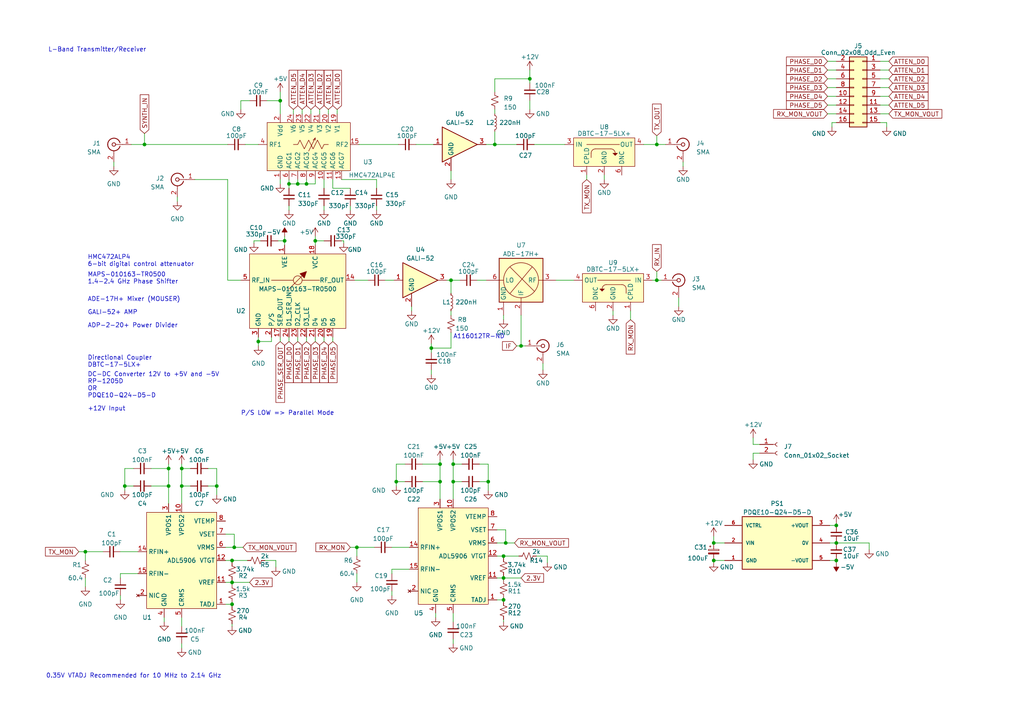
<source format=kicad_sch>
(kicad_sch (version 20230121) (generator eeschema)
  (paper "A4")
  (title_block (title "L-Band Brige") (date "2023-05-21") (rev "1.0") (company "OpenEPR") (comment 1 "Timothy Keller"))
  (junction (at 86.36 53.34))
  (junction (at 52.705 140.97))
  (junction (at 127.635 134.62))
  (junction (at 153.67 22.86))
  (junction (at 141.605 139.7))
  (junction (at 242.57 162.56))
  (junction (at 127.635 139.7))
  (junction (at 74.93 99.06))
  (junction (at 52.705 135.89))
  (junction (at 103.505 158.75))
  (junction (at 242.57 157.48))
  (junction (at 146.05 167.64))
  (junction (at 190.5 41.91))
  (junction (at 114.935 139.7))
  (junction (at 143.51 41.91))
  (junction (at 146.05 173.99))
  (junction (at 131.445 134.62))
  (junction (at 36.195 140.97))
  (junction (at 88.9 53.34))
  (junction (at 24.765 160.02))
  (junction (at 48.895 135.89))
  (junction (at 146.05 161.29))
  (junction (at 83.82 53.34))
  (junction (at 146.685 157.48))
  (junction (at 190.5 81.28))
  (junction (at 130.81 81.28))
  (junction (at 67.31 175.26))
  (junction (at 125.095 100.965))
  (junction (at 82.55 69.85))
  (junction (at 81.28 29.21))
  (junction (at 91.44 69.85))
  (junction (at 207.01 157.48))
  (junction (at 242.57 152.4))
  (junction (at 62.865 140.97))
  (junction (at 67.31 168.91))
  (junction (at 67.945 158.75))
  (junction (at 41.91 41.91))
  (junction (at 67.31 162.56))
  (junction (at 151.13 100.33))
  (junction (at 131.445 139.7))
  (junction (at 48.895 140.97))
  (junction (at 207.01 162.56))
  (wire (pts (xy 240.03 33.02) (xy 242.57 33.02)))
  (wire (pts (xy 146.05 91.44) (xy 146.05 92.71)))
  (wire (pts (xy 91.44 97.79) (xy 91.44 99.06)))
  (wire (pts (xy 62.865 135.89) (xy 62.865 140.97)))
  (wire (pts (xy 81.28 26.67) (xy 81.28 29.21)))
  (wire (pts (xy 122.555 134.62) (xy 127.635 134.62)))
  (wire (pts (xy 146.05 173.355) (xy 146.05 173.99)))
  (wire (pts (xy 144.145 153.67) (xy 146.685 153.67)))
  (wire (pts (xy 240.03 30.48) (xy 242.57 30.48)))
  (wire (pts (xy 52.705 140.97) (xy 55.245 140.97)))
  (wire (pts (xy 67.945 158.75) (xy 70.485 158.75)))
  (wire (pts (xy 67.31 180.975) (xy 67.31 181.61)))
  (wire (pts (xy 240.03 25.4) (xy 242.57 25.4)))
  (wire (pts (xy 207.01 155.575) (xy 207.01 157.48)))
  (wire (pts (xy 182.88 90.17) (xy 182.88 92.71)))
  (wire (pts (xy 220.345 131.445) (xy 218.44 131.445)))
  (wire (pts (xy 146.05 173.99) (xy 146.05 174.625)))
  (wire (pts (xy 175.26 50.8) (xy 175.26 52.07)))
  (wire (pts (xy 52.705 135.89) (xy 55.245 135.89)))
  (wire (pts (xy 146.05 167.64) (xy 144.145 167.64)))
  (wire (pts (xy 131.445 133.35) (xy 131.445 134.62)))
  (wire (pts (xy 255.27 35.56) (xy 257.175 35.56)))
  (wire (pts (xy 67.31 174.625) (xy 67.31 175.26)))
  (wire (pts (xy 240.03 27.94) (xy 242.57 27.94)))
  (wire (pts (xy 240.665 157.48) (xy 242.57 157.48)))
  (wire (pts (xy 60.325 135.89) (xy 62.865 135.89)))
  (wire (pts (xy 220.345 128.905) (xy 218.44 128.905)))
  (wire (pts (xy 126.365 177.8) (xy 126.365 179.07)))
  (wire (pts (xy 75.565 69.85) (xy 73.66 69.85)))
  (wire (pts (xy 125.095 100.965) (xy 130.81 100.965)))
  (wire (pts (xy 93.98 97.79) (xy 93.98 99.06)))
  (wire (pts (xy 60.325 140.97) (xy 62.865 140.97)))
  (wire (pts (xy 99.695 69.85) (xy 99.06 69.85)))
  (wire (pts (xy 154.94 41.91) (xy 163.83 41.91)))
  (wire (pts (xy 51.435 57.15) (xy 51.435 58.42)))
  (wire (pts (xy 103.505 166.37) (xy 103.505 168.91)))
  (wire (pts (xy 114.935 139.7) (xy 114.935 140.97)))
  (wire (pts (xy 161.29 81.28) (xy 166.37 81.28)))
  (wire (pts (xy 67.31 162.56) (xy 67.31 163.195)))
  (wire (pts (xy 38.1 41.91) (xy 41.91 41.91)))
  (wire (pts (xy 41.91 41.91) (xy 66.04 41.91)))
  (wire (pts (xy 41.91 38.735) (xy 41.91 41.91)))
  (wire (pts (xy 108.585 158.75) (xy 103.505 158.75)))
  (wire (pts (xy 240.03 17.78) (xy 242.57 17.78)))
  (wire (pts (xy 143.51 31.75) (xy 143.51 33.02)))
  (wire (pts (xy 146.685 153.67) (xy 146.685 157.48)))
  (wire (pts (xy 240.665 162.56) (xy 242.57 162.56)))
  (wire (pts (xy 67.945 154.94) (xy 67.945 158.75)))
  (wire (pts (xy 80.01 162.56) (xy 76.835 162.56)))
  (wire (pts (xy 240.03 20.32) (xy 242.57 20.32)))
  (wire (pts (xy 141.605 139.7) (xy 141.605 142.24)))
  (wire (pts (xy 71.12 41.91) (xy 74.93 41.91)))
  (wire (pts (xy 93.98 52.07) (xy 93.98 54.61)))
  (wire (pts (xy 218.44 131.445) (xy 218.44 133.35)))
  (wire (pts (xy 93.98 59.69) (xy 93.98 60.96)))
  (wire (pts (xy 117.475 134.62) (xy 114.935 134.62)))
  (wire (pts (xy 207.01 162.56) (xy 210.185 162.56)))
  (wire (pts (xy 74.93 97.79) (xy 74.93 99.06)))
  (wire (pts (xy 24.765 160.02) (xy 24.765 162.56)))
  (wire (pts (xy 109.22 59.69) (xy 109.22 60.96)))
  (wire (pts (xy 43.815 135.89) (xy 48.895 135.89)))
  (wire (pts (xy 240.03 22.86) (xy 242.57 22.86)))
  (wire (pts (xy 56.515 52.07) (xy 66.04 52.07)))
  (wire (pts (xy 34.925 167.64) (xy 34.925 166.37)))
  (wire (pts (xy 125.095 107.315) (xy 125.095 108.585)))
  (wire (pts (xy 131.445 139.7) (xy 133.985 139.7)))
  (wire (pts (xy 131.445 177.8) (xy 131.445 180.34)))
  (wire (pts (xy 130.81 49.53) (xy 130.81 52.07)))
  (wire (pts (xy 65.405 162.56) (xy 67.31 162.56)))
  (wire (pts (xy 255.27 17.78) (xy 257.81 17.78)))
  (wire (pts (xy 158.75 163.195) (xy 158.75 161.29)))
  (wire (pts (xy 153.67 20.32) (xy 153.67 22.86)))
  (wire (pts (xy 24.765 167.64) (xy 24.765 170.18)))
  (wire (pts (xy 131.445 134.62) (xy 133.985 134.62)))
  (wire (pts (xy 138.43 81.28) (xy 140.97 81.28)))
  (wire (pts (xy 96.52 52.07) (xy 96.52 54.61)))
  (wire (pts (xy 242.57 35.56) (xy 241.3 35.56)))
  (wire (pts (xy 91.44 53.34) (xy 88.9 53.34)))
  (wire (pts (xy 67.31 168.91) (xy 72.39 168.91)))
  (wire (pts (xy 146.05 161.29) (xy 146.05 161.925)))
  (wire (pts (xy 109.22 52.07) (xy 109.22 54.61)))
  (wire (pts (xy 77.47 29.21) (xy 81.28 29.21)))
  (wire (pts (xy 196.85 86.36) (xy 196.85 88.9)))
  (wire (pts (xy 38.735 135.89) (xy 36.195 135.89)))
  (wire (pts (xy 103.505 158.75) (xy 103.505 161.29)))
  (wire (pts (xy 114.935 134.62) (xy 114.935 139.7)))
  (wire (pts (xy 52.705 134.62) (xy 52.705 135.89)))
  (wire (pts (xy 91.44 69.85) (xy 93.98 69.85)))
  (wire (pts (xy 255.27 30.48) (xy 257.81 30.48)))
  (wire (pts (xy 151.13 91.44) (xy 151.13 100.33)))
  (wire (pts (xy 36.195 140.97) (xy 36.195 142.24)))
  (wire (pts (xy 143.51 41.91) (xy 149.86 41.91)))
  (wire (pts (xy 86.36 52.07) (xy 86.36 53.34)))
  (wire (pts (xy 87.63 31.75) (xy 87.63 33.02)))
  (wire (pts (xy 190.5 39.37) (xy 190.5 41.91)))
  (wire (pts (xy 139.065 134.62) (xy 141.605 134.62)))
  (wire (pts (xy 36.195 135.89) (xy 36.195 140.97)))
  (wire (pts (xy 141.605 134.62) (xy 141.605 139.7)))
  (wire (pts (xy 177.8 90.17) (xy 177.8 91.44)))
  (wire (pts (xy 255.27 20.32) (xy 257.81 20.32)))
  (wire (pts (xy 34.925 160.02) (xy 40.005 160.02)))
  (wire (pts (xy 113.665 165.1) (xy 118.745 165.1)))
  (wire (pts (xy 34.925 172.72) (xy 34.925 173.99)))
  (wire (pts (xy 104.14 41.91) (xy 115.57 41.91)))
  (wire (pts (xy 198.12 46.99) (xy 198.12 48.26)))
  (wire (pts (xy 52.705 186.69) (xy 52.705 187.96)))
  (wire (pts (xy 74.93 99.06) (xy 78.74 99.06)))
  (wire (pts (xy 99.695 70.485) (xy 99.695 69.85)))
  (wire (pts (xy 146.685 157.48) (xy 149.225 157.48)))
  (wire (pts (xy 96.52 54.61) (xy 101.6 54.61)))
  (wire (pts (xy 86.36 97.79) (xy 86.36 99.06)))
  (wire (pts (xy 43.815 140.97) (xy 48.895 140.97)))
  (wire (pts (xy 90.17 31.75) (xy 90.17 33.02)))
  (wire (pts (xy 117.475 139.7) (xy 114.935 139.7)))
  (wire (pts (xy 33.02 46.99) (xy 33.02 48.26)))
  (wire (pts (xy 102.87 81.28) (xy 106.68 81.28)))
  (wire (pts (xy 146.05 179.705) (xy 146.05 180.34)))
  (wire (pts (xy 119.38 88.9) (xy 119.38 90.17)))
  (wire (pts (xy 65.405 175.26) (xy 67.31 175.26)))
  (wire (pts (xy 83.82 97.79) (xy 83.82 99.06)))
  (wire (pts (xy 143.51 41.91) (xy 143.51 38.1)))
  (wire (pts (xy 101.6 59.69) (xy 101.6 60.96)))
  (wire (pts (xy 144.145 161.29) (xy 146.05 161.29)))
  (wire (pts (xy 241.3 35.56) (xy 241.3 36.83)))
  (wire (pts (xy 113.665 158.75) (xy 118.745 158.75)))
  (wire (pts (xy 129.54 81.28) (xy 130.81 81.28)))
  (wire (pts (xy 83.82 59.69) (xy 83.82 60.96)))
  (wire (pts (xy 130.81 81.28) (xy 133.35 81.28)))
  (wire (pts (xy 190.5 41.91) (xy 193.04 41.91)))
  (wire (pts (xy 38.735 140.97) (xy 36.195 140.97)))
  (wire (pts (xy 101.6 158.75) (xy 103.505 158.75)))
  (wire (pts (xy 255.27 25.4) (xy 257.81 25.4)))
  (wire (pts (xy 74.93 99.06) (xy 74.93 100.33)))
  (wire (pts (xy 186.69 41.91) (xy 190.5 41.91)))
  (wire (pts (xy 242.57 162.56) (xy 242.57 163.195)))
  (wire (pts (xy 34.925 166.37) (xy 40.005 166.37)))
  (wire (pts (xy 48.895 135.89) (xy 48.895 140.97)))
  (wire (pts (xy 252.095 159.385) (xy 252.095 157.48)))
  (wire (pts (xy 88.9 97.79) (xy 88.9 99.06)))
  (wire (pts (xy 67.31 168.275) (xy 67.31 168.91)))
  (wire (pts (xy 122.555 139.7) (xy 127.635 139.7)))
  (wire (pts (xy 82.55 69.85) (xy 82.55 71.12)))
  (wire (pts (xy 67.945 158.75) (xy 65.405 158.75)))
  (wire (pts (xy 242.57 151.765) (xy 242.57 152.4)))
  (wire (pts (xy 81.28 52.07) (xy 81.28 53.34)))
  (wire (pts (xy 91.44 69.85) (xy 91.44 71.12)))
  (wire (pts (xy 189.23 81.28) (xy 190.5 81.28)))
  (wire (pts (xy 190.5 81.28) (xy 191.77 81.28)))
  (wire (pts (xy 52.705 179.07) (xy 52.705 181.61)))
  (wire (pts (xy 207.01 157.48) (xy 210.185 157.48)))
  (wire (pts (xy 22.86 160.02) (xy 24.765 160.02)))
  (wire (pts (xy 78.74 97.79) (xy 78.74 99.06)))
  (wire (pts (xy 47.625 179.07) (xy 47.625 180.34)))
  (wire (pts (xy 67.31 168.91) (xy 65.405 168.91)))
  (wire (pts (xy 127.635 139.7) (xy 127.635 144.78)))
  (wire (pts (xy 86.36 53.34) (xy 88.9 53.34)))
  (wire (pts (xy 111.76 81.28) (xy 114.3 81.28)))
  (wire (pts (xy 99.06 52.07) (xy 109.22 52.07)))
  (wire (pts (xy 146.05 167.64) (xy 151.13 167.64)))
  (wire (pts (xy 158.75 161.29) (xy 155.575 161.29)))
  (wire (pts (xy 255.27 22.86) (xy 257.81 22.86)))
  (wire (pts (xy 88.9 52.07) (xy 88.9 53.34)))
  (wire (pts (xy 81.28 29.21) (xy 81.28 33.02)))
  (wire (pts (xy 52.705 135.89) (xy 52.705 140.97)))
  (wire (pts (xy 151.13 100.33) (xy 152.4 100.33)))
  (wire (pts (xy 130.81 81.28) (xy 130.81 85.09)))
  (wire (pts (xy 252.095 157.48) (xy 242.57 157.48)))
  (wire (pts (xy 83.82 52.07) (xy 83.82 53.34)))
  (wire (pts (xy 130.81 90.17) (xy 130.81 91.44)))
  (wire (pts (xy 72.39 29.21) (xy 69.85 29.21)))
  (wire (pts (xy 91.44 68.58) (xy 91.44 69.85)))
  (wire (pts (xy 85.09 31.75) (xy 85.09 33.02)))
  (wire (pts (xy 52.705 140.97) (xy 52.705 146.05)))
  (wire (pts (xy 113.665 166.37) (xy 113.665 165.1)))
  (wire (pts (xy 125.095 99.695) (xy 125.095 100.965)))
  (wire (pts (xy 29.845 160.02) (xy 24.765 160.02)))
  (wire (pts (xy 153.67 22.86) (xy 153.67 24.13)))
  (wire (pts (xy 83.82 53.34) (xy 83.82 54.61)))
  (wire (pts (xy 67.31 175.26) (xy 67.31 175.895)))
  (wire (pts (xy 143.51 26.67) (xy 143.51 22.86)))
  (wire (pts (xy 73.66 69.85) (xy 73.66 70.485)))
  (wire (pts (xy 255.27 33.02) (xy 257.81 33.02)))
  (wire (pts (xy 62.865 140.97) (xy 62.865 143.51)))
  (wire (pts (xy 113.665 171.45) (xy 113.665 172.72)))
  (wire (pts (xy 69.85 29.21) (xy 69.85 31.75)))
  (wire (pts (xy 146.685 157.48) (xy 144.145 157.48)))
  (wire (pts (xy 131.445 185.42) (xy 131.445 186.69)))
  (wire (pts (xy 80.645 69.85) (xy 82.55 69.85)))
  (wire (pts (xy 131.445 134.62) (xy 131.445 139.7)))
  (wire (pts (xy 140.97 41.91) (xy 143.51 41.91)))
  (wire (pts (xy 86.36 53.34) (xy 83.82 53.34)))
  (wire (pts (xy 157.48 105.41) (xy 157.48 107.315)))
  (wire (pts (xy 139.065 139.7) (xy 141.605 139.7)))
  (wire (pts (xy 81.28 97.79) (xy 81.28 99.06)))
  (wire (pts (xy 80.01 164.465) (xy 80.01 162.56)))
  (wire (pts (xy 127.635 134.62) (xy 127.635 139.7)))
  (wire (pts (xy 257.175 35.56) (xy 257.175 36.83)))
  (wire (pts (xy 92.71 31.75) (xy 92.71 33.02)))
  (wire (pts (xy 96.52 97.79) (xy 96.52 99.06)))
  (wire (pts (xy 67.31 169.545) (xy 67.31 168.91)))
  (wire (pts (xy 130.81 96.52) (xy 130.81 100.965)))
  (wire (pts (xy 170.18 50.8) (xy 170.18 52.07)))
  (wire (pts (xy 146.05 161.29) (xy 150.495 161.29)))
  (wire (pts (xy 127.635 133.35) (xy 127.635 134.62)))
  (wire (pts (xy 146.05 167.005) (xy 146.05 167.64)))
  (wire (pts (xy 120.65 41.91) (xy 125.73 41.91)))
  (wire (pts (xy 255.27 27.94) (xy 257.81 27.94)))
  (wire (pts (xy 131.445 139.7) (xy 131.445 144.78)))
  (wire (pts (xy 66.04 81.28) (xy 69.85 81.28)))
  (wire (pts (xy 91.44 52.07) (xy 91.44 53.34)))
  (wire (pts (xy 82.55 68.58) (xy 82.55 69.85)))
  (wire (pts (xy 207.01 162.56) (xy 207.01 163.195)))
  (wire (pts (xy 149.86 100.33) (xy 151.13 100.33)))
  (wire (pts (xy 218.44 128.905) (xy 218.44 127)))
  (wire (pts (xy 125.095 100.965) (xy 125.095 102.235)))
  (wire (pts (xy 48.895 140.97) (xy 48.895 146.05)))
  (wire (pts (xy 48.895 134.62) (xy 48.895 135.89)))
  (wire (pts (xy 65.405 154.94) (xy 67.945 154.94)))
  (wire (pts (xy 67.31 162.56) (xy 71.755 162.56)))
  (wire (pts (xy 146.05 168.275) (xy 146.05 167.64)))
  (wire (pts (xy 240.665 152.4) (xy 242.57 152.4)))
  (wire (pts (xy 144.145 173.99) (xy 146.05 173.99)))
  (wire (pts (xy 97.79 31.75) (xy 97.79 33.02)))
  (wire (pts (xy 66.04 52.07) (xy 66.04 81.28)))
  (wire (pts (xy 143.51 22.86) (xy 153.67 22.86)))
  (wire (pts (xy 153.67 29.21) (xy 153.67 31.75)))
  (wire (pts (xy 190.5 78.74) (xy 190.5 81.28)))
  (wire (pts (xy 95.25 31.75) (xy 95.25 33.02)))
  (text "GALI-52+ AMP" (at 25.4 91.44 0) (effects (font (size 1.27 1.27)) (justify left bottom)))
  (text "HMC472ALP4\n6-bit digital control attenuator" (at 25.4 77.47 0) (effects (font (size 1.27 1.27)) (justify left bottom)))
  (text "Directional Coupler\nDBTC-17-5LX+" (at 25.4 106.68 0) (effects (font (size 1.27 1.27)) (justify left bottom)))
  (text "MAPS-010163-TR0500\n1.4-2.4 GHz Phase Shifter" (at 25.4 82.55 0) (effects (font (size 1.27 1.27)) (justify left bottom)))
  (text "L-Band Transmitter/Receiver" (at 13.97 15.24 0) (effects (font (size 1.27 1.27)) (justify left bottom)))
  (text "ADP-2-20+ Power Divider" (at 25.4 95.25 0) (effects (font (size 1.27 1.27)) (justify left bottom)))
  (text "A116012TR-ND" (at 131.445 98.425 0) (effects (font (size 1.27 1.27)) (justify left bottom)))
  (text "DC-DC Converter 12V to +5V and -5V\nRP-1205D\nOR\nPDQE10-Q24-D5-D" (at 25.4 115.57 0) (effects (font (size 1.27 1.27)) (justify left bottom)))
  (text "ADE-17H+ Mixer (MOUSER)" (at 25.4 87.63 0) (effects (font (size 1.27 1.27)) (justify left bottom)))
  (text "0.35V VTADJ Recommended for 10 MHz to 2.14 GHz" (at 13.335 196.85 0) (effects (font (size 1.27 1.27)) (justify left bottom)))
  (text "+12V Input" (at 25.4 119.38 0) (effects (font (size 1.27 1.27)) (justify left bottom)))
  (text "P/S LOW => Parallel Mode" (at 69.85 120.65 0) (effects (font (size 1.27 1.27)) (justify left bottom)))
  (global_label "RX_MON_VOUT" (shape input) (at 240.03 33.02 180) (property "Intersheetrefs" "${INTERSHEET_REFS}" (effects hide)))
  (global_label "2.3V" (shape input) (at 72.39 168.91 0) (property "Intersheetrefs" "${INTERSHEET_REFS}" (effects hide)))
  (global_label "RX_MON" (shape input) (at 101.6 158.75 180) (property "Intersheetrefs" "${INTERSHEET_REFS}" (effects hide)))
  (global_label "ATTEN_D0" (shape input) (at 97.79 31.75 90) (property "Intersheetrefs" "${INTERSHEET_REFS}" (effects hide)))
  (global_label "2.3V" (shape input) (at 151.13 167.64 0) (property "Intersheetrefs" "${INTERSHEET_REFS}" (effects hide)))
  (global_label "PHASE_D3" (shape input) (at 91.44 99.06 270) (property "Intersheetrefs" "${INTERSHEET_REFS}" (effects hide)))
  (global_label "PHASE_D5" (shape input) (at 96.52 99.06 270) (property "Intersheetrefs" "${INTERSHEET_REFS}" (effects hide)))
  (global_label "ATTEN_D5" (shape input) (at 85.09 31.75 90) (property "Intersheetrefs" "${INTERSHEET_REFS}" (effects hide)))
  (global_label "RX_MON_VOUT" (shape input) (at 149.225 157.48 0) (property "Intersheetrefs" "${INTERSHEET_REFS}" (effects hide)))
  (global_label "PHASE_D4" (shape input) (at 93.98 99.06 270) (property "Intersheetrefs" "${INTERSHEET_REFS}" (effects hide)))
  (global_label "ATTEN_D1" (shape input) (at 257.81 20.32 0) (property "Intersheetrefs" "${INTERSHEET_REFS}" (effects hide)))
  (global_label "ATTEN_D5" (shape input) (at 257.81 30.48 0) (property "Intersheetrefs" "${INTERSHEET_REFS}" (effects hide)))
  (global_label "TX_MON" (shape input) (at 22.86 160.02 180) (property "Intersheetrefs" "${INTERSHEET_REFS}" (effects hide)))
  (global_label "RX_MON" (shape input) (at 182.88 92.71 270) (property "Intersheetrefs" "${INTERSHEET_REFS}" (effects hide)))
  (global_label "ATTEN_D2" (shape input) (at 92.71 31.75 90) (property "Intersheetrefs" "${INTERSHEET_REFS}" (effects hide)))
  (global_label "ATTEN_D4" (shape input) (at 257.81 27.94 0) (property "Intersheetrefs" "${INTERSHEET_REFS}" (effects hide)))
  (global_label "ATTEN_D4" (shape input) (at 87.63 31.75 90) (property "Intersheetrefs" "${INTERSHEET_REFS}" (effects hide)))
  (global_label "TX_MON_VOUT" (shape input) (at 70.485 158.75 0) (property "Intersheetrefs" "${INTERSHEET_REFS}" (effects hide)))
  (global_label "TX_OUT" (shape input) (at 190.5 39.37 90) (property "Intersheetrefs" "${INTERSHEET_REFS}" (effects hide)))
  (global_label "ATTEN_D2" (shape input) (at 257.81 22.86 0) (property "Intersheetrefs" "${INTERSHEET_REFS}" (effects hide)))
  (global_label "ATTEN_D1" (shape input) (at 95.25 31.75 90) (property "Intersheetrefs" "${INTERSHEET_REFS}" (effects hide)))
  (global_label "PHASE_D2" (shape input) (at 88.9 99.06 270) (property "Intersheetrefs" "${INTERSHEET_REFS}" (effects hide)))
  (global_label "TX_MON" (shape input) (at 170.18 52.07 270) (property "Intersheetrefs" "${INTERSHEET_REFS}" (effects hide)))
  (global_label "ATTEN_D3" (shape input) (at 257.81 25.4 0) (property "Intersheetrefs" "${INTERSHEET_REFS}" (effects hide)))
  (global_label "PHASE_D5" (shape input) (at 240.03 30.48 180) (property "Intersheetrefs" "${INTERSHEET_REFS}" (effects hide)))
  (global_label "PHASE_D0" (shape input) (at 240.03 17.78 180) (property "Intersheetrefs" "${INTERSHEET_REFS}" (effects hide)))
  (global_label "PHASE_SER_OUT" (shape input) (at 81.28 99.06 270) (property "Intersheetrefs" "${INTERSHEET_REFS}" (effects hide)))
  (global_label "ATTEN_D3" (shape input) (at 90.17 31.75 90) (property "Intersheetrefs" "${INTERSHEET_REFS}" (effects hide)))
  (global_label "TX_MON_VOUT" (shape input) (at 257.81 33.02 0) (property "Intersheetrefs" "${INTERSHEET_REFS}" (effects hide)))
  (global_label "PHASE_D4" (shape input) (at 240.03 27.94 180) (property "Intersheetrefs" "${INTERSHEET_REFS}" (effects hide)))
  (global_label "IF" (shape input) (at 149.86 100.33 180) (property "Intersheetrefs" "${INTERSHEET_REFS}" (effects hide)))
  (global_label "PHASE_D3" (shape input) (at 240.03 25.4 180) (property "Intersheetrefs" "${INTERSHEET_REFS}" (effects hide)))
  (global_label "ATTEN_D0" (shape input) (at 257.81 17.78 0) (property "Intersheetrefs" "${INTERSHEET_REFS}" (effects hide)))
  (global_label "SYNTH_IN" (shape input) (at 41.91 38.735 90) (property "Intersheetrefs" "${INTERSHEET_REFS}" (effects hide)))
  (global_label "RX_IN" (shape input) (at 190.5 78.74 90) (property "Intersheetrefs" "${INTERSHEET_REFS}" (effects hide)))
  (global_label "PHASE_D1" (shape input) (at 86.36 99.06 270) (property "Intersheetrefs" "${INTERSHEET_REFS}" (effects hide)))
  (global_label "PHASE_D0" (shape input) (at 83.82 99.06 270) (property "Intersheetrefs" "${INTERSHEET_REFS}" (effects hide)))
  (global_label "PHASE_D1" (shape input) (at 240.03 20.32 180) (property "Intersheetrefs" "${INTERSHEET_REFS}" (effects hide)))
  (global_label "PHASE_D2" (shape input) (at 240.03 22.86 180) (property "Intersheetrefs" "${INTERSHEET_REFS}" (effects hide)))
  (symbol (lib_id "Device:R_Small_US") (at 67.31 165.735 180) (unit 1)
    (property "Reference" "R2" (at 70.485 167.005 0))
    (property "Value" "3.74k" (at 71.12 165.1 0))
    (property "Footprint" "Resistor_SMD:R_0402_1005Metric" (effects hide))
  )
  (symbol (lib_id "power:GND") (at 119.38 90.17 0) (unit 1)
    (property "Reference" "#PWR030" (effects hide))
    (property "Value" "GND" (at 119.38 93.98 0))
  )
  (symbol (lib_id "Device:C_Small") (at 125.095 104.775 180) (unit 1)
    (property "Reference" "C18" (at 128.905 104.775 0))
    (property "Value" "100nF" (at 129.54 102.87 0))
    (property "Footprint" "Capacitor_SMD:C_0402_1005Metric" (effects hide))
  )
  (symbol (lib_id "Connector:Conn_Coaxial") (at 33.02 41.91 0) (mirror y) (unit 1)
    (property "Reference" "J1" (at 29.21 41.5682 0) (effects (justify left)))
    (property "Value" "SMA" (at 29.21 44.1082 0) (effects (justify left)))
    (property "Footprint" "Connector_Coaxial:SMA_Amphenol_132291_Vertical" (effects hide))
    (property "Datasheet" " ~" (effects hide))
  )
  (symbol (lib_id "power:GND") (at 114.935 140.97 0) (unit 1)
    (property "Reference" "#PWR029" (effects hide))
    (property "Value" "GND" (at 109.855 142.24 0))
  )
  (symbol (lib_id "power:GND") (at 207.01 163.195 0) (unit 1)
    (property "Reference" "#PWR050" (effects hide))
    (property "Value" "GND" (at 210.82 164.465 0))
  )
  (symbol (lib_id "Device:C_Small") (at 131.445 182.88 0) (unit 1)
    (property "Reference" "C23" (at 135.255 184.15 0))
    (property "Value" "100nF" (at 135.255 181.61 0))
    (property "Footprint" "Capacitor_SMD:C_0402_1005Metric" (effects hide))
  )
  (symbol (lib_id "Device:C_Small") (at 32.385 160.02 90) (unit 1)
    (property "Reference" "C1" (at 32.3913 154.94 90))
    (property "Value" "100pF" (at 32.3913 157.48 90))
    (property "Footprint" "Capacitor_SMD:C_0402_1005Metric" (effects hide))
  )
  (symbol (lib_id "power:GND") (at 109.22 60.96 0) (unit 1)
    (property "Reference" "#PWR025" (effects hide))
    (property "Value" "GND" (at 109.22 64.77 0))
  )
  (symbol (lib_id "Device:C_Small") (at 135.89 81.28 90) (unit 1)
    (property "Reference" "C24" (at 135.89 76.835 90))
    (property "Value" "100pF" (at 135.8963 78.74 90))
    (property "Footprint" "Capacitor_SMD:C_0402_1005Metric" (effects hide))
  )
  (symbol (lib_id "_tim-RF:ADE-17H+") (at 151.13 81.28 0) (unit 1)
    (property "Reference" "U7" (at 151.13 71.12 0))
    (property "Value" "ADE-17H+" (at 151.13 73.66 0))
    (property "Footprint" "RF_Mini-Circuits:Mini-Circuits_CD542_LandPatternPL-052" (effects hide))
    (property "Datasheet" "https://www.minicircuits.com/pdfs/ADE-6.pdf" (effects hide))
  )
  (symbol (lib_id "Device:R_Small_US") (at 24.765 165.1 180) (unit 1)
    (property "Reference" "R1" (at 20.955 163.83 0) (effects (justify right)))
    (property "Value" "60.4" (at 19.685 167.64 0) (effects (justify right)))
    (property "Footprint" "Resistor_SMD:R_0603_1608Metric" (effects hide))
  )
  (symbol (lib_id "power:GND") (at 34.925 173.99 0) (unit 1)
    (property "Reference" "#PWR03" (effects hide))
    (property "Value" "GND" (at 34.925 179.07 0))
  )
  (symbol (lib_id "Device:C_Small") (at 120.015 134.62 270) (unit 1)
    (property "Reference" "C21" (at 120.015 129.54 90))
    (property "Value" "100nF" (at 120.015 132.08 90))
    (property "Footprint" "Capacitor_SMD:C_0402_1005Metric" (effects hide))
  )
  (symbol (lib_id "_tim-RF:DBTC-17-5LX+") (at 175.26 41.91 0) (unit 1)
    (property "Reference" "U8" (at 175.26 36.83 0))
    (property "Value" "DBTC-17-5LX+" (at 175.26 38.735 0))
    (property "Footprint" "_tim-RF-Mini-Circuits:DBTC-17-5LX+" (effects hide))
    (property "Datasheet" "https://www.minicircuits.com/pdfs/DBTC-17-5LX+.pdf" (effects hide))
  )
  (symbol (lib_id "Connector:Conn_01x02_Socket") (at 225.425 128.905 0) (unit 1)
    (property "Reference" "J7" (at 227.33 129.54 0) (effects (justify left)))
    (property "Value" "Conn_01x02_Socket" (at 227.33 132.08 0) (effects (justify left)))
  )
  (symbol (lib_id "Device:C_Small") (at 93.98 57.15 180) (unit 1)
    (property "Reference" "C12" (at 95.885 55.88 0) (effects (justify right)))
    (property "Value" "330pF" (at 95.25 59.69 0) (effects (justify right)))
    (property "Footprint" "Capacitor_SMD:C_0402_1005Metric" (effects hide))
  )
  (symbol (lib_name "DBTC-17-5LX+_1") (lib_id "_tim-RF:DBTC-17-5LX+") (at 177.8 81.28 0) (mirror y) (unit 1)
    (property "Reference" "U9" (at 177.8 76.2 0))
    (property "Value" "DBTC-17-5LX+" (at 177.8 78.105 0))
    (property "Footprint" "_tim-RF-Mini-Circuits:DBTC-17-5LX+" (effects hide))
    (property "Datasheet" "https://www.minicircuits.com/pdfs/DBTC-17-5LX+.pdf" (effects hide))
  )
  (symbol (lib_id "RF_Amplifier:GALI-52") (at 133.35 41.91 0) (unit 1)
    (property "Reference" "U6" (at 133.35 33.02 0))
    (property "Value" "GALI-52" (at 133.35 35.56 0))
    (property "Footprint" "Package_TO_SOT_SMD:SOT-89-3" (effects hide))
    (property "Datasheet" "https://www.minicircuits.com/pdfs/GALI-52+.pdf" (effects hide))
  )
  (symbol (lib_id "Device:C_Small") (at 120.015 139.7 90) (unit 1)
    (property "Reference" "C22" (at 120.015 144.78 90))
    (property "Value" "100pF" (at 120.015 142.24 90))
    (property "Footprint" "Capacitor_SMD:C_0402_1005Metric" (effects hide))
  )
  (symbol (lib_id "Device:C_Small") (at 41.275 135.89 270) (unit 1)
    (property "Reference" "C3" (at 41.275 130.81 90))
    (property "Value" "100nF" (at 41.275 133.35 90))
    (property "Footprint" "Capacitor_SMD:C_0402_1005Metric" (effects hide))
  )
  (symbol (lib_id "_tim-RF:HMC472ALP4E") (at 90.17 41.91 0) (unit 1)
    (property "Reference" "U3" (at 106.68 46.99 0))
    (property "Value" "HMC472ALP4E" (at 107.95 50.8 0))
    (property "Footprint" "Package_DFN_QFN:QFN-24-1EP_4x4mm_P0.5mm_EP2.7x2.7mm_ThermalVias" (effects hide))
    (property "Datasheet" "https://www.analog.com/media/en/technical-documentation/data-sheets/hmc472a.pdf" (effects hide))
  )
  (symbol (lib_id "Device:C_Small") (at 136.525 134.62 270) (unit 1)
    (property "Reference" "C25" (at 136.525 129.54 90))
    (property "Value" "100nF" (at 136.525 132.08 90))
    (property "Footprint" "Capacitor_SMD:C_0402_1005Metric" (effects hide))
  )
  (symbol (lib_id "power:GND") (at 62.865 143.51 0) (unit 1)
    (property "Reference" "#PWR010" (effects hide))
    (property "Value" "GND" (at 66.675 144.78 0))
  )
  (symbol (lib_id "power:+5V") (at 52.705 134.62 0) (unit 1)
    (property "Reference" "#PWR08" (effects hide))
    (property "Value" "+5V" (at 52.705 130.81 0))
  )
  (symbol (lib_id "power:-5V") (at 82.55 68.58 0) (unit 1)
    (property "Reference" "#PWR018" (effects hide))
    (property "Value" "-5V" (at 79.375 67.31 0))
  )
  (symbol (lib_id "power:GND") (at 47.625 180.34 0) (unit 1)
    (property "Reference" "#PWR05" (effects hide))
    (property "Value" "GND" (at 47.625 185.42 0))
  )
  (symbol (lib_id "Device:C_Small") (at 109.22 81.28 90) (unit 1)
    (property "Reference" "C16" (at 109.22 76.835 90))
    (property "Value" "100pF" (at 109.2263 78.74 90))
    (property "Footprint" "Capacitor_SMD:C_0402_1005Metric" (effects hide))
  )
  (symbol (lib_id "power:GND") (at 146.05 92.71 0) (unit 1)
    (property "Reference" "#PWR037" (effects hide))
    (property "Value" "GND" (at 146.05 96.52 0))
  )
  (symbol (lib_id "Device:C_Small") (at 78.105 69.85 270) (unit 1)
    (property "Reference" "C10" (at 74.295 66.04 90))
    (property "Value" "330pF" (at 74.295 67.945 90))
    (property "Footprint" "Capacitor_SMD:C_0402_1005Metric" (effects hide))
  )
  (symbol (lib_id "power:GND") (at 157.48 107.315 0) (unit 1)
    (property "Reference" "#PWR046" (effects hide))
    (property "Value" "GND" (at 157.48 111.125 0))
  )
  (symbol (lib_id "power:GND") (at 99.695 70.485 0) (unit 1)
    (property "Reference" "#PWR022" (effects hide))
    (property "Value" "GND" (at 102.87 72.39 0))
  )
  (symbol (lib_id "power:GND") (at 218.44 133.35 0) (unit 1)
    (property "Reference" "#PWR047" (effects hide))
    (property "Value" "GND" (at 222.25 134.62 0))
  )
  (symbol (lib_id "power:GND") (at 196.85 88.9 0) (unit 1)
    (property "Reference" "#PWR044" (effects hide))
    (property "Value" "GND" (at 196.85 92.71 0))
  )
  (symbol (lib_id "Device:C_Small") (at 113.665 168.91 0) (unit 1)
    (property "Reference" "C19" (at 108.585 167.005 0) (effects (justify left)))
    (property "Value" "100pF" (at 107.315 170.815 0) (effects (justify left)))
    (property "Footprint" "Capacitor_SMD:C_0402_1005Metric" (effects hide))
  )
  (symbol (lib_id "power:+5V") (at 127.635 133.35 0) (unit 1)
    (property "Reference" "#PWR032" (effects hide))
    (property "Value" "+5V" (at 127.635 129.54 0))
  )
  (symbol (lib_id "Device:C_Small") (at 242.57 160.02 180) (unit 1)
    (property "Reference" "C37" (at 244.475 159.385 0) (effects (justify right)))
    (property "Value" "10uF" (at 244.475 161.29 0) (effects (justify right)))
  )
  (symbol (lib_id "Device:C_Small") (at 41.275 140.97 90) (unit 1)
    (property "Reference" "C4" (at 41.275 146.05 90))
    (property "Value" "100pF" (at 41.275 143.51 90))
    (property "Footprint" "Capacitor_SMD:C_0402_1005Metric" (effects hide))
  )
  (symbol (lib_id "Device:C_Small") (at 68.58 41.91 90) (unit 1)
    (property "Reference" "C8" (at 68.58 37.465 90))
    (property "Value" "100pF" (at 68.5863 39.37 90))
    (property "Footprint" "Capacitor_SMD:C_0402_1005Metric" (effects hide))
  )
  (symbol (lib_id "power:GND") (at 141.605 142.24 0) (unit 1)
    (property "Reference" "#PWR036" (effects hide))
    (property "Value" "GND" (at 145.415 143.51 0))
  )
  (symbol (lib_id "Device:C_Small") (at 111.125 158.75 90) (unit 1)
    (property "Reference" "C17" (at 111.1313 153.67 90))
    (property "Value" "100pF" (at 111.1313 156.21 90))
    (property "Footprint" "Capacitor_SMD:C_0402_1005Metric" (effects hide))
  )
  (symbol (lib_id "Device:R_Small_US") (at 67.31 178.435 0) (unit 1)
    (property "Reference" "R4" (at 70.485 179.07 0))
    (property "Value" "270" (at 70.485 177.165 0))
    (property "Footprint" "Resistor_SMD:R_0402_1005Metric" (effects hide))
  )
  (symbol (lib_id "Device:L_Small") (at 143.51 35.56 0) (unit 1)
    (property "Reference" "L2" (at 140.97 35.56 0) (effects (justify left)))
    (property "Value" "220nH" (at 144.78 35.56 0) (effects (justify left)))
  )
  (symbol (lib_id "Device:C_Small") (at 34.925 170.18 0) (unit 1)
    (property "Reference" "C2" (at 29.845 168.275 0) (effects (justify left)))
    (property "Value" "100pF" (at 28.575 172.085 0) (effects (justify left)))
    (property "Footprint" "Capacitor_SMD:C_0402_1005Metric" (effects hide))
  )
  (symbol (lib_id "Device:C_Small") (at 57.785 140.97 90) (unit 1)
    (property "Reference" "C7" (at 57.785 146.05 90))
    (property "Value" "100pF" (at 57.785 143.51 90))
    (property "Footprint" "Capacitor_SMD:C_0402_1005Metric" (effects hide))
  )
  (symbol (lib_id "power:GND") (at 81.28 53.34 0) (unit 1)
    (property "Reference" "#PWR017" (effects hide))
    (property "Value" "GND" (at 77.47 54.61 0))
  )
  (symbol (lib_id "Connector:Conn_Coaxial") (at 157.48 100.33 0) (unit 1)
    (property "Reference" "J6" (at 161.29 99.9882 0) (effects (justify left)))
    (property "Value" "SMA" (at 161.29 102.5282 0) (effects (justify left)))
    (property "Footprint" "Connector_Coaxial:SMA_Amphenol_132291_Vertical" (effects hide))
    (property "Datasheet" " ~" (effects hide))
  )
  (symbol (lib_id "power:GND") (at 158.75 163.195 0) (unit 1)
    (property "Reference" "#PWR041" (effects hide))
    (property "Value" "GND" (at 162.56 164.465 0))
  )
  (symbol (lib_id "Device:C_Small") (at 52.705 184.15 0) (unit 1)
    (property "Reference" "C5" (at 56.515 185.42 0))
    (property "Value" "100nF" (at 56.515 182.88 0))
    (property "Footprint" "Capacitor_SMD:C_0402_1005Metric" (effects hide))
  )
  (symbol (lib_id "power:GND") (at 131.445 186.69 0) (unit 1)
    (property "Reference" "#PWR035" (effects hide))
    (property "Value" "GND" (at 135.255 187.96 0))
  )
  (symbol (lib_id "power:GND") (at 126.365 179.07 0) (unit 1)
    (property "Reference" "#PWR031" (effects hide))
    (property "Value" "GND" (at 126.365 184.15 0))
  )
  (symbol (lib_id "power:+5V") (at 48.895 134.62 0) (unit 1)
    (property "Reference" "#PWR06" (effects hide))
    (property "Value" "+5V" (at 48.895 130.81 0))
  )
  (symbol (lib_id "power:-5V") (at 242.57 163.195 180) (unit 1)
    (property "Reference" "#PWR057" (effects hide))
    (property "Value" "-5V" (at 245.745 164.465 0))
  )
  (symbol (lib_id "Device:C_Small") (at 74.93 29.21 270) (unit 1)
    (property "Reference" "C9" (at 74.93 24.765 90))
    (property "Value" "100nF" (at 74.93 26.67 90))
    (property "Footprint" "Capacitor_SMD:C_0402_1005Metric" (effects hide))
  )
  (symbol (lib_id "power:GND") (at 24.765 170.18 0) (unit 1)
    (property "Reference" "#PWR01" (effects hide))
    (property "Value" "GND" (at 24.765 175.26 0))
  )
  (symbol (lib_id "Device:R_Small_US") (at 103.505 163.83 180) (unit 1)
    (property "Reference" "R6" (at 99.695 162.56 0) (effects (justify right)))
    (property "Value" "60.4" (at 98.425 166.37 0) (effects (justify right)))
    (property "Footprint" "Resistor_SMD:R_0402_1005Metric" (effects hide))
  )
  (symbol (lib_id "power:+5V") (at 91.44 68.58 0) (unit 1)
    (property "Reference" "#PWR020" (effects hide))
    (property "Value" "+5V" (at 88.9 67.31 0))
  )
  (symbol (lib_id "power:GND") (at 52.705 187.96 0) (unit 1)
    (property "Reference" "#PWR09" (effects hide))
    (property "Value" "GND" (at 56.515 189.23 0))
  )
  (symbol (lib_id "Device:C_Polarized_Small") (at 207.01 160.02 0) (unit 1)
    (property "Reference" "C31" (at 201.295 158.75 0) (effects (justify left)))
    (property "Value" "100uF" (at 199.39 161.925 0) (effects (justify left)))
  )
  (symbol (lib_id "power:GND") (at 69.85 31.75 0) (unit 1)
    (property "Reference" "#PWR012" (effects hide))
    (property "Value" "GND" (at 66.04 33.02 0))
  )
  (symbol (lib_id "power:+12V") (at 125.095 99.695 0) (unit 1)
    (property "Reference" "#PWR026" (effects hide))
    (property "Value" "+12V" (at 125.095 95.885 0))
  )
  (symbol (lib_id "Connector:Conn_Coaxial") (at 196.85 81.28 0) (unit 1)
    (property "Reference" "J3" (at 200.66 80.9382 0) (effects (justify left)))
    (property "Value" "SMA" (at 200.66 83.4782 0) (effects (justify left)))
    (property "Footprint" "Connector_Coaxial:SMA_Amphenol_132291_Vertical" (effects hide))
    (property "Datasheet" " ~" (effects hide))
  )
  (symbol (lib_id "power:GND") (at 241.3 36.83 0) (unit 1)
    (property "Reference" "#PWR055" (effects hide))
    (property "Value" "GND" (at 237.49 38.735 0))
  )
  (symbol (lib_id "power:GND") (at 125.095 108.585 0) (unit 1)
    (property "Reference" "#PWR027" (effects hide))
    (property "Value" "GND" (at 125.095 112.395 0))
  )
  (symbol (lib_id "power:GND") (at 130.81 52.07 0) (unit 1)
    (property "Reference" "#PWR033" (effects hide))
    (property "Value" "GND" (at 130.81 57.15 0))
  )
  (symbol (lib_id "power:+5V") (at 131.445 133.35 0) (unit 1)
    (property "Reference" "#PWR034" (effects hide))
    (property "Value" "+5V" (at 131.445 129.54 0))
  )
  (symbol (lib_id "power:GND") (at 36.195 142.24 0) (unit 1)
    (property "Reference" "#PWR04" (effects hide))
    (property "Value" "GND" (at 31.115 143.51 0))
  )
  (symbol (lib_id "power:GND") (at 73.66 70.485 0) (unit 1)
    (property "Reference" "#PWR013" (effects hide))
    (property "Value" "GND" (at 69.85 72.39 0))
  )
  (symbol (lib_id "power:+12V") (at 153.67 20.32 0) (unit 1)
    (property "Reference" "#PWR039" (effects hide))
    (property "Value" "+12V" (at 153.67 16.51 0))
  )
  (symbol (lib_id "power:GND") (at 33.02 48.26 0) (unit 1)
    (property "Reference" "#PWR02" (effects hide))
    (property "Value" "GND" (at 33.02 53.34 0))
  )
  (symbol (lib_id "Device:R_Small_US") (at 67.31 172.085 180) (unit 1)
    (property "Reference" "R3" (at 70.485 172.72 0))
    (property "Value" "1.5k" (at 70.485 170.815 0))
    (property "Footprint" "Resistor_SMD:R_0402_1005Metric" (effects hide))
  )
  (symbol (lib_id "RF_Amplifier:GALI-52") (at 121.92 81.28 0) (unit 1)
    (property "Reference" "U4" (at 121.92 72.39 0))
    (property "Value" "GALI-52" (at 121.92 74.93 0))
    (property "Footprint" "Package_TO_SOT_SMD:SOT-89-3" (effects hide))
    (property "Datasheet" "https://www.minicircuits.com/pdfs/GALI-52+.pdf" (effects hide))
  )
  (symbol (lib_id "power:GND") (at 74.93 100.33 0) (unit 1)
    (property "Reference" "#PWR014" (effects hide))
    (property "Value" "GND" (at 74.93 105.41 0))
  )
  (symbol (lib_id "Device:C_Small") (at 118.11 41.91 90) (unit 1)
    (property "Reference" "C20" (at 118.11 37.465 90))
    (property "Value" "100pF" (at 118.1163 39.37 90))
    (property "Footprint" "Capacitor_SMD:C_0402_1005Metric" (effects hide))
  )
  (symbol (lib_id "Device:R_Small_US") (at 153.035 161.29 270) (unit 1)
    (property "Reference" "R14" (at 155.575 162.56 90))
    (property "Value" "2k" (at 155.575 160.02 90))
    (property "Footprint" "Capacitor_SMD:C_0402_1005Metric" (effects hide))
  )
  (symbol (lib_id "power:GND") (at 101.6 60.96 0) (unit 1)
    (property "Reference" "#PWR023" (effects hide))
    (property "Value" "GND" (at 101.6 64.77 0))
  )
  (symbol (lib_id "Device:R_Small_US") (at 146.05 177.165 0) (unit 1)
    (property "Reference" "R12" (at 149.225 177.8 0))
    (property "Value" "270" (at 149.225 175.895 0))
    (property "Footprint" "Capacitor_SMD:C_0402_1005Metric" (effects hide))
  )
  (symbol (lib_id "power:GND") (at 252.095 159.385 0) (unit 1)
    (property "Reference" "#PWR059" (effects hide))
    (property "Value" "GND" (at 255.905 160.655 0))
  )
  (symbol (lib_id "power:GND") (at 177.8 91.44 0) (unit 1)
    (property "Reference" "#PWR043" (effects hide))
    (property "Value" "GND" (at 177.8 95.25 0))
  )
  (symbol (lib_id "Device:C_Small") (at 83.82 57.15 180) (unit 1)
    (property "Reference" "C11" (at 86.36 56.5086 0) (effects (justify right)))
    (property "Value" "330pF" (at 86.36 59.0486 0) (effects (justify right)))
    (property "Footprint" "Capacitor_SMD:C_0402_1005Metric" (effects hide))
  )
  (symbol (lib_id "_tim-RF:MAPS-010163-TR0500") (at 86.36 81.28 0) (unit 1)
    (property "Reference" "U2" (at 69.85 90.17 0))
    (property "Value" "MAPS-010163-TR0500" (at 86.36 83.82 0))
    (property "Footprint" "Package_DFN_QFN:QFN-24-1EP_4x4mm_P0.5mm_EP2.8x2.8mm_ThermalVias" (effects hide))
    (property "Datasheet" "https://cdn.macom.com/datasheets/MAPS-010163.pdf" (effects hide))
  )
  (symbol (lib_id "power:GND") (at 80.01 164.465 0) (unit 1)
    (property "Reference" "#PWR015" (effects hide))
    (property "Value" "GND" (at 83.82 165.735 0))
  )
  (symbol (lib_id "power:GND") (at 257.175 36.83 0) (unit 1)
    (property "Reference" "#PWR062" (effects hide))
    (property "Value" "GND" (at 260.985 38.735 0))
  )
  (symbol (lib_id "Device:R_Small_US") (at 146.05 164.465 180) (unit 1)
    (property "Reference" "R10" (at 149.225 165.735 0))
    (property "Value" "3.74k" (at 149.86 163.83 0))
    (property "Footprint" "Capacitor_SMD:C_0402_1005Metric" (effects hide))
  )
  (symbol (lib_id "Device:C_Small") (at 57.785 135.89 270) (unit 1)
    (property "Reference" "C6" (at 57.785 130.81 90))
    (property "Value" "100nF" (at 57.785 133.35 90))
    (property "Footprint" "Capacitor_SMD:C_0402_1005Metric" (effects hide))
  )
  (symbol (lib_id "power:GND") (at 146.05 180.34 0) (unit 1)
    (property "Reference" "#PWR038" (effects hide))
    (property "Value" "GND" (at 149.86 181.61 0))
  )
  (symbol (lib_name "ADL5906_1") (lib_id "_tim-RF:ADL5906") (at 131.445 161.29 0) (unit 1)
    (property "Reference" "U5" (at 120.015 177.8 0) (effects (justify left)))
    (property "Value" "ADL5906" (at 131.445 161.29 0))
    (property "Footprint" "Package_DFN_QFN:QFN-16-1EP_4x4mm_P0.65mm_EP2.1x2.1mm_ThermalVias" (effects hide))
    (property "Datasheet" "https://www.analog.com/media/en/technical-documentation/data-sheets/ADL5906.pdf" (effects hide))
  )
  (symbol (lib_id "Connector:Conn_Coaxial") (at 51.435 52.07 0) (mirror y) (unit 1)
    (property "Reference" "J2" (at 47.625 51.7282 0) (effects (justify left)))
    (property "Value" "SMA" (at 47.625 54.2682 0) (effects (justify left)))
    (property "Footprint" "Connector_Coaxial:SMA_Amphenol_132291_Vertical" (effects hide))
    (property "Datasheet" " ~" (effects hide))
  )
  (symbol (lib_id "Device:R_Small_US") (at 146.05 170.815 180) (unit 1)
    (property "Reference" "R11" (at 149.225 171.45 0))
    (property "Value" "1.5k" (at 149.225 169.545 0))
    (property "Footprint" "Capacitor_SMD:C_0402_1005Metric" (effects hide))
  )
  (symbol (lib_id "power:GND") (at 83.82 60.96 0) (unit 1)
    (property "Reference" "#PWR019" (effects hide))
    (property "Value" "GND" (at 83.82 64.77 0))
  )
  (symbol (lib_id "Device:C_Small") (at 153.67 26.67 180) (unit 1)
    (property "Reference" "C28" (at 157.48 26.67 0))
    (property "Value" "100nF" (at 158.115 24.765 0))
    (property "Footprint" "Capacitor_SMD:C_0402_1005Metric" (effects hide))
  )
  (symbol (lib_id "power:+12V") (at 218.44 127 0) (unit 1)
    (property "Reference" "#PWR048" (effects hide))
    (property "Value" "+12V" (at 218.44 123.19 0))
  )
  (symbol (lib_id "power:GND") (at 153.67 31.75 0) (unit 1)
    (property "Reference" "#PWR040" (effects hide))
    (property "Value" "GND" (at 157.48 33.02 0))
  )
  (symbol (lib_id "power:GND") (at 198.12 48.26 0) (unit 1)
    (property "Reference" "#PWR045" (effects hide))
    (property "Value" "GND" (at 198.12 52.07 0))
  )
  (symbol (lib_id "power:GND") (at 93.98 60.96 0) (unit 1)
    (property "Reference" "#PWR021" (effects hide))
    (property "Value" "GND" (at 93.98 64.77 0))
  )
  (symbol (lib_id "Device:R_Small_US") (at 74.295 162.56 270) (unit 1)
    (property "Reference" "R5" (at 76.835 163.83 90))
    (property "Value" "2k" (at 76.835 161.29 90))
    (property "Footprint" "Resistor_SMD:R_0402_1005Metric" (effects hide))
  )
  (symbol (lib_id "power:+5V") (at 81.28 26.67 0) (unit 1)
    (property "Reference" "#PWR016" (effects hide))
    (property "Value" "+5V" (at 81.28 22.86 0))
  )
  (symbol (lib_id "power:+12V") (at 207.01 155.575 0) (unit 1)
    (property "Reference" "#PWR049" (effects hide))
    (property "Value" "+12V" (at 207.01 151.765 0))
  )
  (symbol (lib_id "_tim-RF:ADL5906") (at 52.705 162.56 0) (unit 1)
    (property "Reference" "U1" (at 41.275 179.07 0) (effects (justify left)))
    (property "Value" "ADL5906" (at 52.705 162.56 0))
    (property "Footprint" "Package_DFN_QFN:QFN-16-1EP_4x4mm_P0.65mm_EP2.1x2.1mm_ThermalVias" (effects hide))
    (property "Datasheet" "https://www.analog.com/media/en/technical-documentation/data-sheets/ADL5906.pdf" (effects hide))
  )
  (symbol (lib_id "Device:C_Small") (at 136.525 139.7 90) (unit 1)
    (property "Reference" "C26" (at 136.525 144.78 90))
    (property "Value" "100pF" (at 136.525 142.24 90))
    (property "Footprint" "Capacitor_SMD:C_0402_1005Metric" (effects hide))
  )
  (symbol (lib_id "Device:C_Small") (at 101.6 57.15 180) (unit 1)
    (property "Reference" "C14" (at 102.87 55.88 0) (effects (justify right)))
    (property "Value" "330pF" (at 102.87 59.69 0) (effects (justify right)))
    (property "Footprint" "Capacitor_SMD:C_0402_1005Metric" (effects hide))
  )
  (symbol (lib_id "Connector:Conn_Coaxial") (at 198.12 41.91 0) (unit 1)
    (property "Reference" "J4" (at 201.93 41.5682 0) (effects (justify left)))
    (property "Value" "SMA" (at 201.93 44.1082 0) (effects (justify left)))
    (property "Footprint" "Connector_Coaxial:SMA_Amphenol_132291_Vertical" (effects hide))
    (property "Datasheet" " ~" (effects hide))
  )
  (symbol (lib_id "Device:C_Small") (at 152.4 41.91 90) (unit 1)
    (property "Reference" "C27" (at 152.4 45.085 90))
    (property "Value" "100pF" (at 152.4063 39.37 90))
    (property "Footprint" "Capacitor_SMD:C_0402_1005Metric" (effects hide))
  )
  (symbol (lib_id "power:GND") (at 175.26 52.07 0) (unit 1)
    (property "Reference" "#PWR042" (effects hide))
    (property "Value" "GND" (at 175.26 55.88 0))
  )
  (symbol (lib_id "Device:C_Small") (at 109.22 57.15 180) (unit 1)
    (property "Reference" "C15" (at 111.76 56.5086 0) (effects (justify right)))
    (property "Value" "330pF" (at 111.76 59.0486 0) (effects (justify right)))
    (property "Footprint" "Capacitor_SMD:C_0402_1005Metric" (effects hide))
  )
  (symbol (lib_id "power:GND") (at 103.505 168.91 0) (unit 1)
    (property "Reference" "#PWR024" (effects hide))
    (property "Value" "GND" (at 103.505 173.99 0))
  )
  (symbol (lib_id "power:GND") (at 51.435 58.42 0) (unit 1)
    (property "Reference" "#PWR07" (effects hide))
    (property "Value" "GND" (at 51.435 63.5 0))
  )
  (symbol (lib_id "Device:R_Small_US") (at 130.81 93.98 0) (unit 1)
    (property "Reference" "R8" (at 132.715 92.71 0) (effects (justify left)))
    (property "Value" "150" (at 132.08 95.25 0) (effects (justify left)))
    (property "Footprint" "Resistor_SMD:R_2512_6332Metric" (effects hide))
    (property "Datasheet" "https://www.digikey.com/en/products/detail/te-connectivity-passive-product/3521150RFT/4279879" (effects hide))
    (property "Digikey" "A116012TR-ND" (effects hide))
  )
  (symbol (lib_id "power:GND") (at 67.31 181.61 0) (unit 1)
    (property "Reference" "#PWR011" (effects hide))
    (property "Value" "GND" (at 71.12 182.88 0))
  )
  (symbol (lib_id "Device:C_Small") (at 96.52 69.85 270) (unit 1)
    (property "Reference" "C13" (at 99.695 66.675 90))
    (property "Value" "330pF" (at 100.33 68.58 90))
    (property "Footprint" "Capacitor_SMD:C_0402_1005Metric" (effects hide))
  )
  (symbol (lib_id "power:+5V") (at 242.57 151.765 0) (unit 1)
    (property "Reference" "#PWR056" (effects hide))
    (property "Value" "+5V" (at 245.11 149.225 0))
  )
  (symbol (lib_id "power:GND") (at 113.665 172.72 0) (unit 1)
    (property "Reference" "#PWR028" (effects hide))
    (property "Value" "GND" (at 113.665 177.8 0))
  )
  (symbol (lib_id "Device:R_Small_US") (at 143.51 29.21 0) (unit 1)
    (property "Reference" "R9" (at 146.05 28.575 0) (effects (justify left)))
    (property "Value" "150" (at 146.05 31.115 0) (effects (justify left)))
    (property "Footprint" "Resistor_SMD:R_2512_6332Metric" (effects hide))
  )
  (symbol (lib_id "_tim-DC_DC:PDQE10-Q24-D5-D") (at 225.425 157.48 0) (unit 1)
    (property "Reference" "PS1" (at 225.425 146.05 0))
    (property "Value" "PDQE10-Q24-D5-D" (at 225.425 148.59 0))
    (property "Datasheet" "https://www.cui.com/product/resource/pdqe10-d.pdf" (effects hide))
    (property "MAXIMUM_PACKAGE_HEIGHT" "11.70mm" (effects hide))
    (property "PARTREV" "1.0" (effects hide))
    (property "MANUFACTURER" "CUI Inc." (effects hide))
    (property "STANDARD" "Manufacturer Recommendations" (effects hide))
  )
  (symbol (lib_id "Device:L_Small") (at 130.81 87.63 0) (unit 1)
    (property "Reference" "L1" (at 128.27 87.63 0) (effects (justify left)))
    (property "Value" "220nH" (at 132.08 87.63 0) (effects (justify left)))
  )
  (symbol (lib_id "Device:C_Small") (at 242.57 154.94 180) (unit 1)
    (property "Reference" "C36" (at 245.11 154.305 0) (effects (justify right)))
    (property "Value" "10uF" (at 244.475 156.21 0) (effects (justify right)))
  )
  (symbol (lib_id "Connector_Generic:Conn_02x08_Odd_Even") (at 250.19 25.4 0) (mirror y) (unit 1)
    (property "Reference" "J5" (at 248.92 13.335 0))
    (property "Value" "Conn_02x08_Odd_Even" (at 248.92 15.24 0))
    (property "Footprint" "Connector_PinHeader_2.54mm:PinHeader_2x08_P2.54mm_Vertical" (effects hide))
  )
)
</source>
